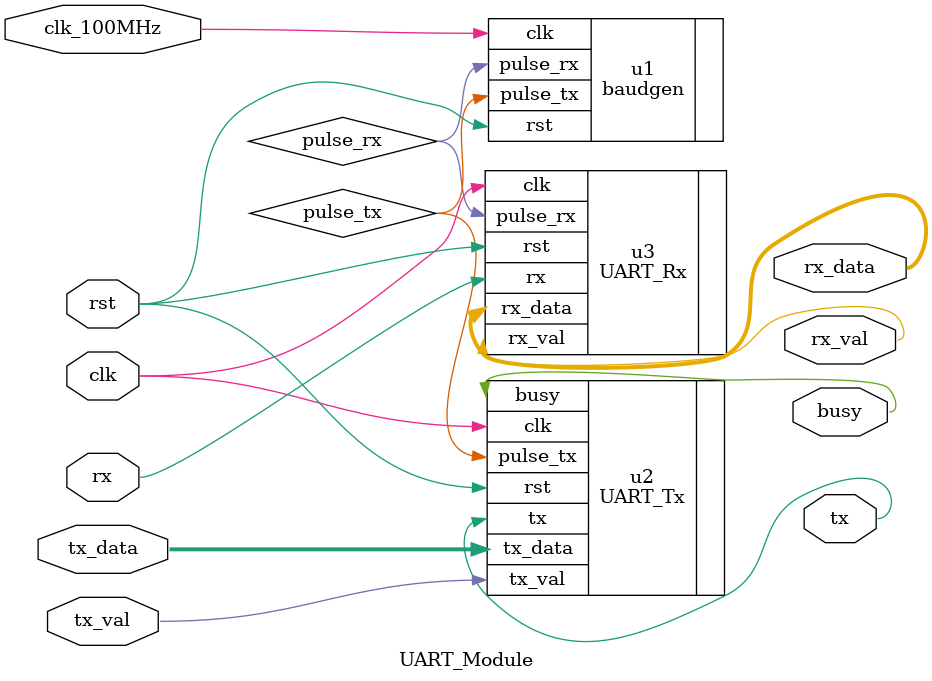
<source format=v>
`timescale 1ns / 1ps

module UART_Module(

    input clk, clk_100MHz, rst, tx_val, rx,
    input [7:0] tx_data,
    output tx, rx_val, busy,
    output [7:0] rx_data
    );
    
wire pulse_tx, pulse_rx;

baudgen u1 (.clk(clk_100MHz),.rst(rst),.pulse_tx(pulse_tx),.pulse_rx(pulse_rx));

UART_Tx u2 (.clk(clk),.pulse_tx(pulse_tx),.rst(rst),.tx_val(tx_val),.tx_data(tx_data),.tx(tx),.busy(busy));

UART_Rx u3 (.clk(clk),.pulse_rx(pulse_rx),.rst(rst),.rx(rx),.rx_val(rx_val),.rx_data(rx_data));

endmodule

</source>
